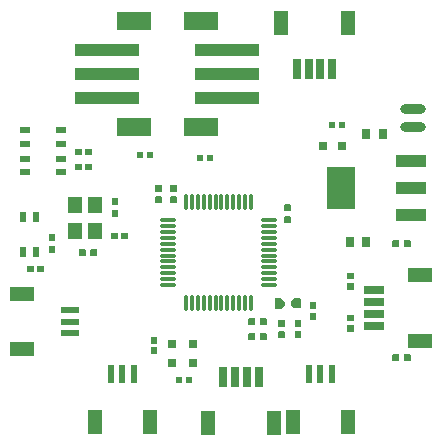
<source format=gtp>
G04 Layer: TopPasteMaskLayer*
G04 EasyEDA v6.5.40, 2024-02-08 20:30:12*
G04 8a8f0ff451d84adea016c743fcc8db9f,2e16165ee3bb4678bfb3015e44e098b9,10*
G04 Gerber Generator version 0.2*
G04 Scale: 100 percent, Rotated: No, Reflected: No *
G04 Dimensions in millimeters *
G04 leading zeros omitted , absolute positions ,4 integer and 5 decimal *
%FSLAX45Y45*%
%MOMM*%

%AMMACRO1*21,1,$1,$2,0,0,$3*%
%ADD10R,5.5000X1.0000*%
%ADD11R,3.0000X1.6000*%
%ADD12R,0.7000X1.8000*%
%ADD13R,1.2000X2.0000*%
%ADD14R,0.8000X0.8000*%
%ADD15R,0.6000X0.9000*%
%ADD16R,0.9000X0.6000*%
%ADD17R,1.2000X1.4000*%
%ADD18R,0.8000X0.9000*%
%ADD19R,1.8000X0.7000*%
%ADD20R,2.0000X1.2000*%
%ADD21R,1.6000X0.6000*%
%ADD22R,0.6000X1.6000*%
%ADD23R,2.5000X1.1000*%
%ADD24MACRO1,3.6002X2.3398X-90.0000*%
%ADD25O,2.1999956000000003X0.7999984*%
%ADD26O,1.499997X0.27000199999999996*%
%ADD27O,0.27000199999999996X1.499997*%
%ADD28O,0.0101X1.499997*%

%LPD*%
G36*
X3279800Y1665782D02*
G01*
X3274822Y1660804D01*
X3274822Y1615795D01*
X3279800Y1610817D01*
X3327806Y1610817D01*
X3334816Y1615795D01*
X3334816Y1660804D01*
X3327806Y1665782D01*
G37*
G36*
X3377793Y1665782D02*
G01*
X3370783Y1660804D01*
X3370783Y1615795D01*
X3377793Y1610817D01*
X3425799Y1610817D01*
X3430778Y1615795D01*
X3430778Y1660804D01*
X3425799Y1665782D01*
G37*
G36*
X3279800Y700582D02*
G01*
X3274822Y695604D01*
X3274822Y650595D01*
X3279800Y645617D01*
X3327806Y645617D01*
X3334816Y650595D01*
X3334816Y695604D01*
X3327806Y700582D01*
G37*
G36*
X3377793Y700582D02*
G01*
X3370783Y695604D01*
X3370783Y650595D01*
X3377793Y645617D01*
X3425799Y645617D01*
X3430778Y650595D01*
X3430778Y695604D01*
X3425799Y700582D01*
G37*
G36*
X2060600Y878382D02*
G01*
X2055622Y873404D01*
X2055622Y828395D01*
X2060600Y823417D01*
X2108606Y823417D01*
X2115616Y828395D01*
X2115616Y873404D01*
X2108606Y878382D01*
G37*
G36*
X2158593Y878382D02*
G01*
X2151583Y873404D01*
X2151583Y828395D01*
X2158593Y823417D01*
X2206599Y823417D01*
X2211578Y828395D01*
X2211578Y873404D01*
X2206599Y878382D01*
G37*
G36*
X2365095Y1874316D02*
G01*
X2360117Y1867306D01*
X2360117Y1819300D01*
X2365095Y1814322D01*
X2410104Y1814322D01*
X2415082Y1819300D01*
X2415082Y1867306D01*
X2410104Y1874316D01*
G37*
G36*
X2365095Y1970278D02*
G01*
X2360117Y1965299D01*
X2360117Y1917293D01*
X2365095Y1910283D01*
X2410104Y1910283D01*
X2415082Y1917293D01*
X2415082Y1965299D01*
X2410104Y1970278D01*
G37*
G36*
X1399895Y2135378D02*
G01*
X1394917Y2130399D01*
X1394917Y2082393D01*
X1399895Y2075383D01*
X1444904Y2075383D01*
X1449882Y2082393D01*
X1449882Y2130399D01*
X1444904Y2135378D01*
G37*
G36*
X1399895Y2039416D02*
G01*
X1394917Y2032406D01*
X1394917Y1984400D01*
X1399895Y1979422D01*
X1444904Y1979422D01*
X1449882Y1984400D01*
X1449882Y2032406D01*
X1444904Y2039416D01*
G37*
G36*
X1272895Y2135378D02*
G01*
X1267917Y2130399D01*
X1267917Y2082393D01*
X1272895Y2075383D01*
X1317904Y2075383D01*
X1322882Y2082393D01*
X1322882Y2130399D01*
X1317904Y2135378D01*
G37*
G36*
X1272895Y2039416D02*
G01*
X1267917Y2032406D01*
X1267917Y1984400D01*
X1272895Y1979422D01*
X1317904Y1979422D01*
X1322882Y1984400D01*
X1322882Y2032406D01*
X1317904Y2039416D01*
G37*
G36*
X2060600Y1005382D02*
G01*
X2055622Y1000404D01*
X2055622Y955395D01*
X2060600Y950417D01*
X2108606Y950417D01*
X2115616Y955395D01*
X2115616Y1000404D01*
X2108606Y1005382D01*
G37*
G36*
X2158593Y1005382D02*
G01*
X2151583Y1000404D01*
X2151583Y955395D01*
X2158593Y950417D01*
X2206599Y950417D01*
X2211578Y955395D01*
X2211578Y1000404D01*
X2206599Y1005382D01*
G37*
G36*
X2284679Y1173988D02*
G01*
X2278278Y1167587D01*
X2278278Y1093978D01*
X2284679Y1087577D01*
X2335022Y1087577D01*
X2362454Y1116939D01*
X2362454Y1144574D01*
X2335022Y1173988D01*
G37*
G36*
X2441397Y1175105D02*
G01*
X2414016Y1145743D01*
X2414016Y1118057D01*
X2441397Y1088694D01*
X2491740Y1088694D01*
X2498140Y1095095D01*
X2498140Y1168704D01*
X2491740Y1175105D01*
G37*
G36*
X271475Y1449425D02*
G01*
X267512Y1445412D01*
X267512Y1399387D01*
X271475Y1395374D01*
X321564Y1395374D01*
X325577Y1399387D01*
X325577Y1445412D01*
X321564Y1449425D01*
G37*
G36*
X186436Y1449425D02*
G01*
X182422Y1445412D01*
X182422Y1399387D01*
X186436Y1395374D01*
X236524Y1395374D01*
X240487Y1399387D01*
X240487Y1445412D01*
X236524Y1449425D01*
G37*
G36*
X904595Y1925116D02*
G01*
X899617Y1918106D01*
X899617Y1870100D01*
X904595Y1865122D01*
X949604Y1865122D01*
X954582Y1870100D01*
X954582Y1918106D01*
X949604Y1925116D01*
G37*
G36*
X904595Y2021078D02*
G01*
X899617Y2016099D01*
X899617Y1968093D01*
X904595Y1961083D01*
X949604Y1961083D01*
X954582Y1968093D01*
X954582Y2016099D01*
X949604Y2021078D01*
G37*
G36*
X723493Y1589582D02*
G01*
X716483Y1584604D01*
X716483Y1539595D01*
X723493Y1534617D01*
X771499Y1534617D01*
X776478Y1539595D01*
X776478Y1584604D01*
X771499Y1589582D01*
G37*
G36*
X625500Y1589582D02*
G01*
X620522Y1584604D01*
X620522Y1539595D01*
X625500Y1534617D01*
X673506Y1534617D01*
X680516Y1539595D01*
X680516Y1584604D01*
X673506Y1589582D01*
G37*
G36*
X371195Y1716278D02*
G01*
X366217Y1711299D01*
X366217Y1663293D01*
X371195Y1656283D01*
X416204Y1656283D01*
X421182Y1663293D01*
X421182Y1711299D01*
X416204Y1716278D01*
G37*
G36*
X371195Y1620316D02*
G01*
X366217Y1613306D01*
X366217Y1565300D01*
X371195Y1560322D01*
X416204Y1560322D01*
X421182Y1565300D01*
X421182Y1613306D01*
X416204Y1620316D01*
G37*
G36*
X2453995Y896416D02*
G01*
X2449017Y889406D01*
X2449017Y841400D01*
X2453995Y836421D01*
X2499004Y836421D01*
X2503982Y841400D01*
X2503982Y889406D01*
X2499004Y896416D01*
G37*
G36*
X2453995Y992378D02*
G01*
X2449017Y987399D01*
X2449017Y939393D01*
X2453995Y932383D01*
X2499004Y932383D01*
X2503982Y939393D01*
X2503982Y987399D01*
X2499004Y992378D01*
G37*
G36*
X2314295Y896416D02*
G01*
X2309317Y889406D01*
X2309317Y841400D01*
X2314295Y836421D01*
X2359304Y836421D01*
X2364282Y841400D01*
X2364282Y889406D01*
X2359304Y896416D01*
G37*
G36*
X2314295Y992378D02*
G01*
X2309317Y987399D01*
X2309317Y939393D01*
X2314295Y932383D01*
X2359304Y932383D01*
X2364282Y939393D01*
X2364282Y987399D01*
X2359304Y992378D01*
G37*
G36*
X2580995Y1048816D02*
G01*
X2576017Y1041806D01*
X2576017Y993800D01*
X2580995Y988821D01*
X2626004Y988821D01*
X2630982Y993800D01*
X2630982Y1041806D01*
X2626004Y1048816D01*
G37*
G36*
X2580995Y1144778D02*
G01*
X2576017Y1139799D01*
X2576017Y1091793D01*
X2580995Y1084783D01*
X2626004Y1084783D01*
X2630982Y1091793D01*
X2630982Y1139799D01*
X2626004Y1144778D01*
G37*
G36*
X2897987Y951687D02*
G01*
X2893974Y947724D01*
X2893974Y897636D01*
X2897987Y893622D01*
X2944012Y893622D01*
X2948025Y897636D01*
X2948025Y947724D01*
X2944012Y951687D01*
G37*
G36*
X2897987Y1036777D02*
G01*
X2893974Y1032764D01*
X2893974Y982675D01*
X2897987Y978712D01*
X2944012Y978712D01*
X2948025Y982675D01*
X2948025Y1032764D01*
X2944012Y1036777D01*
G37*
G36*
X2897987Y1392377D02*
G01*
X2893974Y1388364D01*
X2893974Y1338275D01*
X2897987Y1334312D01*
X2944012Y1334312D01*
X2948025Y1338275D01*
X2948025Y1388364D01*
X2944012Y1392377D01*
G37*
G36*
X2897987Y1307287D02*
G01*
X2893974Y1303324D01*
X2893974Y1253236D01*
X2897987Y1249222D01*
X2944012Y1249222D01*
X2948025Y1253236D01*
X2948025Y1303324D01*
X2944012Y1307287D01*
G37*
G36*
X1198575Y2414625D02*
G01*
X1194612Y2410612D01*
X1194612Y2364587D01*
X1198575Y2360574D01*
X1248664Y2360574D01*
X1252677Y2364587D01*
X1252677Y2410612D01*
X1248664Y2414625D01*
G37*
G36*
X1113536Y2414625D02*
G01*
X1109522Y2410612D01*
X1109522Y2364587D01*
X1113536Y2360574D01*
X1163624Y2360574D01*
X1167587Y2364587D01*
X1167587Y2410612D01*
X1163624Y2414625D01*
G37*
G36*
X1706575Y2389225D02*
G01*
X1702612Y2385212D01*
X1702612Y2339187D01*
X1706575Y2335174D01*
X1756664Y2335174D01*
X1760677Y2339187D01*
X1760677Y2385212D01*
X1756664Y2389225D01*
G37*
G36*
X1621536Y2389225D02*
G01*
X1617522Y2385212D01*
X1617522Y2339187D01*
X1621536Y2335174D01*
X1671624Y2335174D01*
X1675587Y2339187D01*
X1675587Y2385212D01*
X1671624Y2389225D01*
G37*
G36*
X2824226Y2668625D02*
G01*
X2820212Y2664612D01*
X2820212Y2618587D01*
X2824226Y2614574D01*
X2874264Y2614574D01*
X2878277Y2618587D01*
X2878277Y2664612D01*
X2874264Y2668625D01*
G37*
G36*
X2739136Y2668625D02*
G01*
X2735122Y2664612D01*
X2735122Y2618587D01*
X2739136Y2614574D01*
X2789174Y2614574D01*
X2793187Y2618587D01*
X2793187Y2664612D01*
X2789174Y2668625D01*
G37*
G36*
X897636Y1728825D02*
G01*
X893622Y1724812D01*
X893622Y1678787D01*
X897636Y1674774D01*
X947724Y1674774D01*
X951687Y1678787D01*
X951687Y1724812D01*
X947724Y1728825D01*
G37*
G36*
X982675Y1728825D02*
G01*
X978712Y1724812D01*
X978712Y1678787D01*
X982675Y1674774D01*
X1032764Y1674774D01*
X1036777Y1678787D01*
X1036777Y1724812D01*
X1032764Y1728825D01*
G37*
G36*
X677875Y2440025D02*
G01*
X673912Y2436012D01*
X673912Y2389987D01*
X677875Y2385974D01*
X727964Y2385974D01*
X731977Y2389987D01*
X731977Y2436012D01*
X727964Y2440025D01*
G37*
G36*
X592836Y2440025D02*
G01*
X588822Y2436012D01*
X588822Y2389987D01*
X592836Y2385974D01*
X642924Y2385974D01*
X646887Y2389987D01*
X646887Y2436012D01*
X642924Y2440025D01*
G37*
G36*
X677875Y2313025D02*
G01*
X673912Y2309012D01*
X673912Y2262987D01*
X677875Y2258974D01*
X727964Y2258974D01*
X731977Y2262987D01*
X731977Y2309012D01*
X727964Y2313025D01*
G37*
G36*
X592836Y2313025D02*
G01*
X588822Y2309012D01*
X588822Y2262987D01*
X592836Y2258974D01*
X642924Y2258974D01*
X646887Y2262987D01*
X646887Y2309012D01*
X642924Y2313025D01*
G37*
G36*
X1234287Y846277D02*
G01*
X1230274Y842264D01*
X1230274Y792175D01*
X1234287Y788212D01*
X1280312Y788212D01*
X1284325Y792175D01*
X1284325Y842264D01*
X1280312Y846277D01*
G37*
G36*
X1234287Y761187D02*
G01*
X1230274Y757224D01*
X1230274Y707136D01*
X1234287Y703122D01*
X1280312Y703122D01*
X1284325Y707136D01*
X1284325Y757224D01*
X1280312Y761187D01*
G37*
G36*
X1443736Y509625D02*
G01*
X1439722Y505612D01*
X1439722Y459587D01*
X1443736Y455574D01*
X1493824Y455574D01*
X1497787Y459587D01*
X1497787Y505612D01*
X1493824Y509625D01*
G37*
G36*
X1528775Y509625D02*
G01*
X1524812Y505612D01*
X1524812Y459587D01*
X1528775Y455574D01*
X1578864Y455574D01*
X1582877Y459587D01*
X1582877Y505612D01*
X1578864Y509625D01*
G37*
D10*
G01*
X863600Y3073400D03*
G01*
X863600Y3273399D03*
G01*
X863600Y2873400D03*
D11*
G01*
X1088593Y3523386D03*
G01*
X1088593Y2623388D03*
D10*
G01*
X1879600Y3073400D03*
G01*
X1879600Y2873400D03*
G01*
X1879600Y3273399D03*
D11*
G01*
X1654606Y2623388D03*
G01*
X1654606Y3523386D03*
D12*
G01*
X2766212Y3119704D03*
G01*
X2666212Y3119704D03*
G01*
X2566212Y3119704D03*
D13*
G01*
X2336190Y3509695D03*
G01*
X2896209Y3509695D03*
D12*
G01*
X2466213Y3119704D03*
D14*
G01*
X1410055Y631240D03*
G01*
X1409344Y791133D03*
G01*
X1587855Y631240D03*
G01*
X1587144Y791133D03*
G01*
X2688640Y2463444D03*
G01*
X2848533Y2464155D03*
D15*
G01*
X260705Y1864487D03*
G01*
X145694Y1864487D03*
G01*
X145694Y1564487D03*
G01*
X260705Y1564487D03*
D16*
G01*
X167512Y2597505D03*
G01*
X167512Y2482494D03*
G01*
X467512Y2482494D03*
G01*
X467512Y2597505D03*
G01*
X467512Y2241194D03*
G01*
X467512Y2356205D03*
G01*
X167512Y2356205D03*
G01*
X167512Y2241194D03*
D17*
G01*
X585622Y1964207D03*
G01*
X585622Y1744192D03*
G01*
X760628Y1744192D03*
G01*
X760603Y1964207D03*
D18*
G01*
X2914497Y1651000D03*
G01*
X3054502Y1651000D03*
G01*
X3194202Y2565400D03*
G01*
X3054197Y2565400D03*
D19*
G01*
X3119704Y942187D03*
G01*
X3119704Y1042187D03*
G01*
X3119704Y1142187D03*
D20*
G01*
X3509695Y1372209D03*
G01*
X3509695Y812190D03*
D19*
G01*
X3119704Y1242187D03*
D20*
G01*
X142900Y1207896D03*
G01*
X142900Y747903D03*
D21*
G01*
X542899Y877900D03*
G01*
X542899Y977900D03*
G01*
X542899Y1077899D03*
D13*
G01*
X760603Y130200D03*
G01*
X1220596Y130200D03*
D22*
G01*
X1090599Y530199D03*
G01*
X990600Y530199D03*
G01*
X890600Y530199D03*
D13*
G01*
X2437002Y130200D03*
G01*
X2896997Y130200D03*
D22*
G01*
X2766999Y530199D03*
G01*
X2667000Y530199D03*
G01*
X2567000Y530199D03*
D12*
G01*
X1843887Y512495D03*
G01*
X1943887Y512495D03*
G01*
X2043887Y512495D03*
D13*
G01*
X2273909Y122504D03*
G01*
X1713890Y122504D03*
D12*
G01*
X2143886Y512495D03*
D23*
G01*
X3433902Y1878203D03*
G01*
X3433902Y2108200D03*
G01*
X3433902Y2338196D03*
D24*
G01*
X2839897Y2108200D03*
D25*
G01*
X3454400Y2628900D03*
G01*
X3454400Y2778912D03*
D26*
G01*
X1378407Y1837105D03*
G01*
X1378407Y1787093D03*
G01*
X1378407Y1737105D03*
G01*
X1378407Y1687093D03*
G01*
X1378407Y1637106D03*
G01*
X1378407Y1587093D03*
G01*
X1378407Y1537106D03*
G01*
X1378407Y1487093D03*
G01*
X1378407Y1437106D03*
G01*
X1378407Y1387094D03*
G01*
X1378407Y1337106D03*
G01*
X1378407Y1287094D03*
D27*
G01*
X1528394Y1137107D03*
G01*
X1578406Y1137107D03*
G01*
X1628394Y1137107D03*
G01*
X1678406Y1137107D03*
G01*
X1728393Y1137107D03*
G01*
X1778406Y1137107D03*
G01*
X1828393Y1137107D03*
G01*
X1878406Y1137107D03*
G01*
X1928393Y1137107D03*
G01*
X1978406Y1137107D03*
G01*
X2028393Y1137107D03*
G01*
X2078405Y1137107D03*
D26*
G01*
X2228392Y1287094D03*
G01*
X2228392Y1337106D03*
G01*
X2228392Y1387094D03*
G01*
X2228392Y1437106D03*
G01*
X2228392Y1487093D03*
G01*
X2228392Y1537106D03*
G01*
X2228392Y1587093D03*
G01*
X2228392Y1637106D03*
G01*
X2228392Y1687093D03*
G01*
X2228392Y1737105D03*
G01*
X2228392Y1787093D03*
G01*
X2228392Y1837105D03*
D27*
G01*
X2078405Y1987092D03*
G01*
X2028393Y1987092D03*
G01*
X1978406Y1987092D03*
G01*
X1928393Y1987092D03*
G01*
X1878406Y1987092D03*
G01*
X1828393Y1987092D03*
G01*
X1778406Y1987092D03*
G01*
X1728393Y1987092D03*
G01*
X1678406Y1987092D03*
G01*
X1628394Y1987092D03*
G01*
X1578406Y1987092D03*
G01*
X1528394Y1987092D03*
M02*

</source>
